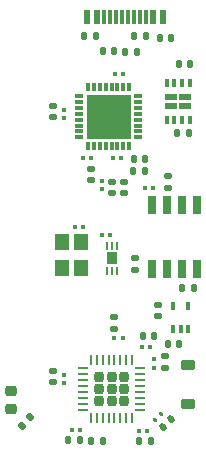
<source format=gbr>
%TF.GenerationSoftware,KiCad,Pcbnew,8.0.4*%
%TF.CreationDate,2024-08-26T12:07:15-05:00*%
%TF.ProjectId,iCEGenius,69434547-656e-4697-9573-2e6b69636164,rev?*%
%TF.SameCoordinates,Original*%
%TF.FileFunction,Paste,Top*%
%TF.FilePolarity,Positive*%
%FSLAX46Y46*%
G04 Gerber Fmt 4.6, Leading zero omitted, Abs format (unit mm)*
G04 Created by KiCad (PCBNEW 8.0.4) date 2024-08-26 12:07:15*
%MOMM*%
%LPD*%
G01*
G04 APERTURE LIST*
G04 Aperture macros list*
%AMRoundRect*
0 Rectangle with rounded corners*
0 $1 Rounding radius*
0 $2 $3 $4 $5 $6 $7 $8 $9 X,Y pos of 4 corners*
0 Add a 4 corners polygon primitive as box body*
4,1,4,$2,$3,$4,$5,$6,$7,$8,$9,$2,$3,0*
0 Add four circle primitives for the rounded corners*
1,1,$1+$1,$2,$3*
1,1,$1+$1,$4,$5*
1,1,$1+$1,$6,$7*
1,1,$1+$1,$8,$9*
0 Add four rect primitives between the rounded corners*
20,1,$1+$1,$2,$3,$4,$5,0*
20,1,$1+$1,$4,$5,$6,$7,0*
20,1,$1+$1,$6,$7,$8,$9,0*
20,1,$1+$1,$8,$9,$2,$3,0*%
G04 Aperture macros list end*
%ADD10RoundRect,0.140000X-0.140000X-0.170000X0.140000X-0.170000X0.140000X0.170000X-0.140000X0.170000X0*%
%ADD11RoundRect,0.079500X0.100500X-0.079500X0.100500X0.079500X-0.100500X0.079500X-0.100500X-0.079500X0*%
%ADD12R,1.200000X1.400000*%
%ADD13R,0.200000X0.650000*%
%ADD14R,0.850000X1.050000*%
%ADD15RoundRect,0.062500X-0.062500X-0.375000X0.062500X-0.375000X0.062500X0.375000X-0.062500X0.375000X0*%
%ADD16RoundRect,0.062500X-0.375000X-0.062500X0.375000X-0.062500X0.375000X0.062500X-0.375000X0.062500X0*%
%ADD17RoundRect,0.207500X-0.207500X-0.207500X0.207500X-0.207500X0.207500X0.207500X-0.207500X0.207500X0*%
%ADD18R,0.700000X1.525000*%
%ADD19R,0.300000X0.800000*%
%ADD20R,0.800000X0.300000*%
%ADD21R,3.750000X3.750000*%
%ADD22RoundRect,0.100000X0.100000X-0.225000X0.100000X0.225000X-0.100000X0.225000X-0.100000X-0.225000X0*%
%ADD23RoundRect,0.135000X-0.135000X-0.185000X0.135000X-0.185000X0.135000X0.185000X-0.135000X0.185000X0*%
%ADD24RoundRect,0.135000X0.035355X-0.226274X0.226274X-0.035355X-0.035355X0.226274X-0.226274X0.035355X0*%
%ADD25RoundRect,0.135000X0.185000X-0.135000X0.185000X0.135000X-0.185000X0.135000X-0.185000X-0.135000X0*%
%ADD26RoundRect,0.135000X0.135000X0.185000X-0.135000X0.185000X-0.135000X-0.185000X0.135000X-0.185000X0*%
%ADD27RoundRect,0.135000X-0.185000X0.135000X-0.185000X-0.135000X0.185000X-0.135000X0.185000X0.135000X0*%
%ADD28RoundRect,0.147500X0.172500X-0.147500X0.172500X0.147500X-0.172500X0.147500X-0.172500X-0.147500X0*%
%ADD29RoundRect,0.218750X-0.256250X0.218750X-0.256250X-0.218750X0.256250X-0.218750X0.256250X0.218750X0*%
%ADD30RoundRect,0.147500X-0.147500X-0.172500X0.147500X-0.172500X0.147500X0.172500X-0.147500X0.172500X0*%
%ADD31RoundRect,0.147500X0.147500X0.172500X-0.147500X0.172500X-0.147500X-0.172500X0.147500X-0.172500X0*%
%ADD32RoundRect,0.225000X-0.375000X0.225000X-0.375000X-0.225000X0.375000X-0.225000X0.375000X0.225000X0*%
%ADD33RoundRect,0.079500X0.079500X0.100500X-0.079500X0.100500X-0.079500X-0.100500X0.079500X-0.100500X0*%
%ADD34RoundRect,0.140000X0.021213X-0.219203X0.219203X-0.021213X-0.021213X0.219203X-0.219203X0.021213X0*%
%ADD35RoundRect,0.079500X-0.079500X-0.100500X0.079500X-0.100500X0.079500X0.100500X-0.079500X0.100500X0*%
%ADD36RoundRect,0.140000X0.170000X-0.140000X0.170000X0.140000X-0.170000X0.140000X-0.170000X-0.140000X0*%
%ADD37RoundRect,0.079500X0.014849X-0.127279X0.127279X-0.014849X-0.014849X0.127279X-0.127279X0.014849X0*%
%ADD38RoundRect,0.140000X0.140000X0.170000X-0.140000X0.170000X-0.140000X-0.170000X0.140000X-0.170000X0*%
%ADD39RoundRect,0.079500X-0.100500X0.079500X-0.100500X-0.079500X0.100500X-0.079500X0.100500X0.079500X0*%
%ADD40RoundRect,0.140000X-0.170000X0.140000X-0.170000X-0.140000X0.170000X-0.140000X0.170000X0.140000X0*%
%ADD41R,0.600000X1.150000*%
%ADD42R,0.300000X1.150000*%
%ADD43R,1.000000X0.600000*%
%ADD44R,0.350000X0.650000*%
G04 APERTURE END LIST*
D10*
%TO.C,C2*%
X160420000Y-93300000D03*
X161380000Y-93300000D03*
%TD*%
%TO.C,C1*%
X160545000Y-87462500D03*
X161505000Y-87462500D03*
%TD*%
D11*
%TO.C,C6*%
X150803905Y-92024999D03*
X150803905Y-91334999D03*
%TD*%
D12*
%TO.C,Y1*%
X150700000Y-102500000D03*
X150700000Y-104700000D03*
X152300000Y-104700000D03*
X152300000Y-102500000D03*
%TD*%
D13*
%TO.C,U6*%
X154500000Y-104950000D03*
X154900000Y-104950000D03*
X155300000Y-104950000D03*
X155300000Y-102850000D03*
X154900000Y-102850000D03*
X154500000Y-102850000D03*
D14*
X154900000Y-103900000D03*
%TD*%
D15*
%TO.C,U5*%
X153100003Y-112512500D03*
X153600003Y-112512500D03*
X154100003Y-112512500D03*
X154600003Y-112512500D03*
X155100003Y-112512500D03*
X155600003Y-112512500D03*
X156100003Y-112512500D03*
X156600003Y-112512500D03*
D16*
X157287503Y-113200000D03*
X157287503Y-113700000D03*
X157287503Y-114200000D03*
X157287503Y-114700000D03*
X157287503Y-115200000D03*
X157287503Y-115700000D03*
X157287503Y-116200000D03*
X157287503Y-116700000D03*
D15*
X156600003Y-117387500D03*
X156100003Y-117387500D03*
X155600003Y-117387500D03*
X155100003Y-117387500D03*
X154600003Y-117387500D03*
X154100003Y-117387500D03*
X153600003Y-117387500D03*
X153100003Y-117387500D03*
D16*
X152412503Y-116700000D03*
X152412503Y-116200000D03*
X152412503Y-115700000D03*
X152412503Y-115200000D03*
X152412503Y-114700000D03*
X152412503Y-114200000D03*
X152412503Y-113700000D03*
X152412503Y-113200000D03*
D17*
X155880003Y-115980000D03*
X155880003Y-114950000D03*
X155880003Y-113920000D03*
X154850003Y-115980000D03*
X154850003Y-114950000D03*
X154850003Y-113920000D03*
X153820003Y-115980000D03*
X153820003Y-114950000D03*
X153820003Y-113920000D03*
%TD*%
D18*
%TO.C,U4*%
X158295000Y-104812000D03*
X159565000Y-104812000D03*
X160835000Y-104812000D03*
X162105000Y-104812000D03*
X162105000Y-99388000D03*
X160835000Y-99388000D03*
X159565000Y-99388000D03*
X158295000Y-99388000D03*
%TD*%
D19*
%TO.C,U3*%
X152853905Y-94400000D03*
X153353905Y-94399999D03*
X153853905Y-94400000D03*
X154353905Y-94400000D03*
X154853905Y-94400000D03*
X155353905Y-94400000D03*
X155853905Y-94399999D03*
X156353905Y-94400000D03*
D20*
X157103905Y-93650000D03*
X157103904Y-93150000D03*
X157103905Y-92650000D03*
X157103905Y-92150000D03*
X157103905Y-91650000D03*
X157103905Y-91150000D03*
X157103904Y-90650000D03*
X157103905Y-90150000D03*
D19*
X156353905Y-89400000D03*
X155853905Y-89400001D03*
X155353905Y-89400000D03*
X154853905Y-89400000D03*
X154353905Y-89400000D03*
X153853905Y-89400000D03*
X153353905Y-89400001D03*
X152853905Y-89400000D03*
D20*
X152103905Y-90150000D03*
X152103906Y-90650000D03*
X152103905Y-91150000D03*
X152103905Y-91650000D03*
X152103905Y-92150000D03*
X152103905Y-92650000D03*
X152103906Y-93150000D03*
X152103905Y-93650000D03*
D21*
X154603905Y-91900000D03*
%TD*%
D22*
%TO.C,U2*%
X160050000Y-107950000D03*
X161350000Y-107950000D03*
X161350000Y-109850000D03*
X160700000Y-109849999D03*
X160050000Y-109850000D03*
%TD*%
D23*
%TO.C,R8*%
X154156097Y-119350001D03*
X153136099Y-119350001D03*
%TD*%
D24*
%TO.C,R7*%
X147960624Y-117339376D03*
X147239376Y-118060624D03*
%TD*%
D25*
%TO.C,R6*%
X156800000Y-104909999D03*
X156800000Y-103890001D03*
%TD*%
D26*
%TO.C,R5*%
X161809999Y-106400000D03*
X160790001Y-106400000D03*
%TD*%
D27*
%TO.C,R4*%
X159600000Y-96890001D03*
X159600000Y-97909999D03*
%TD*%
D23*
%TO.C,R3*%
X156690001Y-96500000D03*
X157709999Y-96500000D03*
%TD*%
D26*
%TO.C,R2*%
X153509999Y-85100000D03*
X152490001Y-85100000D03*
%TD*%
D23*
%TO.C,R1*%
X156790000Y-85100000D03*
X157810000Y-85100000D03*
%TD*%
D28*
%TO.C,L1*%
X153103905Y-97285000D03*
X153103905Y-96315000D03*
%TD*%
D29*
%TO.C,D5*%
X146300000Y-116687501D03*
X146300000Y-115112499D03*
%TD*%
D30*
%TO.C,D4*%
X154115000Y-86300000D03*
X155085000Y-86300000D03*
%TD*%
D31*
%TO.C,D3*%
X159885000Y-85200000D03*
X158915000Y-85200000D03*
%TD*%
%TO.C,D2*%
X156985000Y-86400000D03*
X156015000Y-86400000D03*
%TD*%
D32*
%TO.C,D1*%
X161287501Y-116250001D03*
X161287501Y-112950001D03*
%TD*%
D33*
%TO.C,C30*%
X152212500Y-118399999D03*
X151522500Y-118399999D03*
%TD*%
D34*
%TO.C,C29*%
X159926912Y-117460589D03*
X159248090Y-118139411D03*
%TD*%
D35*
%TO.C,C28*%
X157142503Y-118500000D03*
X157832503Y-118500000D03*
%TD*%
D10*
%TO.C,C27*%
X157207501Y-119400001D03*
X158167501Y-119400001D03*
%TD*%
D11*
%TO.C,C26*%
X150787502Y-114425001D03*
X150787502Y-113735001D03*
%TD*%
D36*
%TO.C,C25*%
X149887502Y-114380000D03*
X149887502Y-113420000D03*
%TD*%
D35*
%TO.C,C24*%
X155096459Y-110650001D03*
X155786459Y-110650001D03*
%TD*%
D36*
%TO.C,C23*%
X155100000Y-109860000D03*
X155100000Y-108900000D03*
%TD*%
D37*
%TO.C,C22*%
X159053637Y-117061074D03*
X158565733Y-117548978D03*
%TD*%
D38*
%TO.C,C21*%
X152167501Y-119300000D03*
X151207501Y-119300000D03*
%TD*%
D35*
%TO.C,C20*%
X158112503Y-111400000D03*
X157422503Y-111400000D03*
%TD*%
D10*
%TO.C,C19*%
X158447501Y-110500000D03*
X157487501Y-110500000D03*
%TD*%
D11*
%TO.C,C18*%
X158487501Y-112455000D03*
X158487501Y-113145000D03*
%TD*%
D36*
%TO.C,C17*%
X159387503Y-112184328D03*
X159387503Y-113144328D03*
%TD*%
D33*
%TO.C,C16*%
X152465000Y-101200000D03*
X151775000Y-101200000D03*
%TD*%
%TO.C,C15*%
X154745000Y-101900000D03*
X154055000Y-101900000D03*
%TD*%
%TO.C,C14*%
X158345000Y-97900000D03*
X157655000Y-97900000D03*
%TD*%
D10*
%TO.C,C13*%
X156729999Y-95499999D03*
X157689999Y-95499999D03*
%TD*%
D35*
%TO.C,C12*%
X155155000Y-88300000D03*
X155845000Y-88300000D03*
%TD*%
%TO.C,C11*%
X154958905Y-95400000D03*
X155648905Y-95400000D03*
%TD*%
D33*
%TO.C,C10*%
X153148905Y-95400000D03*
X152458905Y-95400000D03*
%TD*%
D39*
%TO.C,C9*%
X154003906Y-97354999D03*
X154003906Y-98044999D03*
%TD*%
D40*
%TO.C,C8*%
X154903905Y-97420000D03*
X154903905Y-98380000D03*
%TD*%
%TO.C,C7*%
X155903906Y-97419999D03*
X155903906Y-98379999D03*
%TD*%
D36*
%TO.C,C5*%
X149903906Y-91960000D03*
X149903906Y-91000000D03*
%TD*%
%TO.C,C4*%
X158800001Y-107820000D03*
X158800001Y-108780000D03*
%TD*%
D10*
%TO.C,C3*%
X160595948Y-111121978D03*
X159635948Y-111121978D03*
%TD*%
D41*
%TO.C,J1*%
X159200000Y-83475000D03*
X158400000Y-83475000D03*
D42*
X157750000Y-83475000D03*
X156750000Y-83475000D03*
X155250000Y-83475000D03*
X154250000Y-83475000D03*
D41*
X153600000Y-83475000D03*
X152800000Y-83475000D03*
X152800000Y-83475000D03*
X153600000Y-83475000D03*
D42*
X154750000Y-83475000D03*
X155750000Y-83475000D03*
X156250000Y-83475000D03*
X157250000Y-83475000D03*
D41*
X158400000Y-83475000D03*
X159200000Y-83475000D03*
%TD*%
D43*
%TO.C,U1*%
X161100000Y-90225000D03*
X159900000Y-90225000D03*
X161100000Y-91000000D03*
X159900000Y-91000000D03*
D44*
X161475001Y-89062500D03*
X160825000Y-89062500D03*
X160175000Y-89062500D03*
X159524999Y-89062500D03*
X159524999Y-92162500D03*
X160175000Y-92162500D03*
X160825000Y-92162500D03*
X161475001Y-92162500D03*
%TD*%
M02*

</source>
